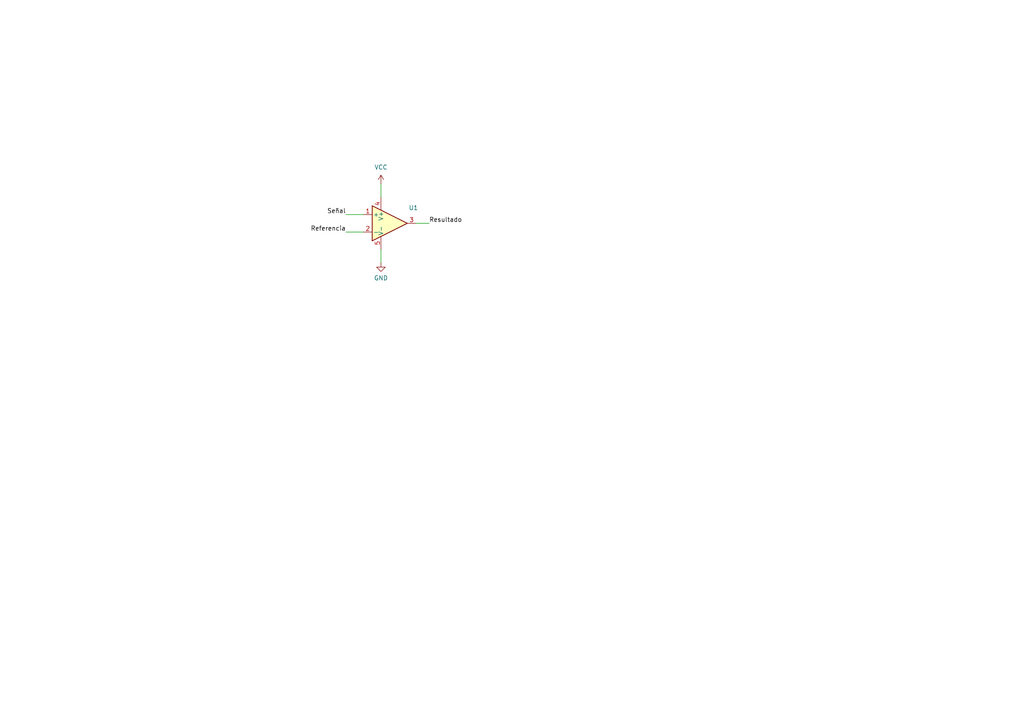
<source format=kicad_sch>
(kicad_sch (version 20230121) (generator eeschema)

  (uuid 436a9af1-45e0-414e-abe3-7cba76d48b99)

  (paper "A4")

  (lib_symbols
    (symbol "Simulation_SPICE:OPAMP" (pin_names (offset 0.254)) (in_bom yes) (on_board yes)
      (property "Reference" "U" (at 3.81 3.175 0)
        (effects (font (size 1.27 1.27)) (justify left))
      )
      (property "Value" "${SIM.PARAMS}" (at 3.81 -3.175 0)
        (effects (font (size 1.27 1.27)) (justify left))
      )
      (property "Footprint" "" (at 0 0 0)
        (effects (font (size 1.27 1.27)) hide)
      )
      (property "Datasheet" "~" (at 0 0 0)
        (effects (font (size 1.27 1.27)) hide)
      )
      (property "Sim.Pins" "1=1 2=2 3=3 4=4 5=5" (at 0 0 0)
        (effects (font (size 1.27 1.27)) hide)
      )
      (property "Sim.Device" "SPICE" (at 0 0 0)
        (effects (font (size 1.27 1.27)) (justify left) hide)
      )
      (property "Sim.Params" "type=\"X\" model=\"OPAMP\" lib=\"\"" (at 0 0 0)
        (effects (font (size 1.27 1.27)) hide)
      )
      (property "ki_keywords" "simulation" (at 0 0 0)
        (effects (font (size 1.27 1.27)) hide)
      )
      (property "ki_description" "Operational amplifier, single, node sequence=1:+ 2:- 3:OUT 4:V+ 5:V-" (at 0 0 0)
        (effects (font (size 1.27 1.27)) hide)
      )
      (symbol "OPAMP_0_1"
        (polyline
          (pts
            (xy 5.08 0)
            (xy -5.08 5.08)
            (xy -5.08 -5.08)
            (xy 5.08 0)
          )
          (stroke (width 0.254) (type default))
          (fill (type background))
        )
      )
      (symbol "OPAMP_1_1"
        (pin input line (at -7.62 2.54 0) (length 2.54)
          (name "+" (effects (font (size 1.27 1.27))))
          (number "1" (effects (font (size 1.27 1.27))))
        )
        (pin input line (at -7.62 -2.54 0) (length 2.54)
          (name "-" (effects (font (size 1.27 1.27))))
          (number "2" (effects (font (size 1.27 1.27))))
        )
        (pin output line (at 7.62 0 180) (length 2.54)
          (name "~" (effects (font (size 1.27 1.27))))
          (number "3" (effects (font (size 1.27 1.27))))
        )
        (pin power_in line (at -2.54 7.62 270) (length 3.81)
          (name "V+" (effects (font (size 1.27 1.27))))
          (number "4" (effects (font (size 1.27 1.27))))
        )
        (pin power_in line (at -2.54 -7.62 90) (length 3.81)
          (name "V-" (effects (font (size 1.27 1.27))))
          (number "5" (effects (font (size 1.27 1.27))))
        )
      )
    )
    (symbol "power:GND" (power) (pin_names (offset 0)) (in_bom yes) (on_board yes)
      (property "Reference" "#PWR" (at 0 -6.35 0)
        (effects (font (size 1.27 1.27)) hide)
      )
      (property "Value" "GND" (at 0 -3.81 0)
        (effects (font (size 1.27 1.27)))
      )
      (property "Footprint" "" (at 0 0 0)
        (effects (font (size 1.27 1.27)) hide)
      )
      (property "Datasheet" "" (at 0 0 0)
        (effects (font (size 1.27 1.27)) hide)
      )
      (property "ki_keywords" "global power" (at 0 0 0)
        (effects (font (size 1.27 1.27)) hide)
      )
      (property "ki_description" "Power symbol creates a global label with name \"GND\" , ground" (at 0 0 0)
        (effects (font (size 1.27 1.27)) hide)
      )
      (symbol "GND_0_1"
        (polyline
          (pts
            (xy 0 0)
            (xy 0 -1.27)
            (xy 1.27 -1.27)
            (xy 0 -2.54)
            (xy -1.27 -1.27)
            (xy 0 -1.27)
          )
          (stroke (width 0) (type default))
          (fill (type none))
        )
      )
      (symbol "GND_1_1"
        (pin power_in line (at 0 0 270) (length 0) hide
          (name "GND" (effects (font (size 1.27 1.27))))
          (number "1" (effects (font (size 1.27 1.27))))
        )
      )
    )
    (symbol "power:VCC" (power) (pin_names (offset 0)) (in_bom yes) (on_board yes)
      (property "Reference" "#PWR" (at 0 -3.81 0)
        (effects (font (size 1.27 1.27)) hide)
      )
      (property "Value" "VCC" (at 0 3.81 0)
        (effects (font (size 1.27 1.27)))
      )
      (property "Footprint" "" (at 0 0 0)
        (effects (font (size 1.27 1.27)) hide)
      )
      (property "Datasheet" "" (at 0 0 0)
        (effects (font (size 1.27 1.27)) hide)
      )
      (property "ki_keywords" "global power" (at 0 0 0)
        (effects (font (size 1.27 1.27)) hide)
      )
      (property "ki_description" "Power symbol creates a global label with name \"VCC\"" (at 0 0 0)
        (effects (font (size 1.27 1.27)) hide)
      )
      (symbol "VCC_0_1"
        (polyline
          (pts
            (xy -0.762 1.27)
            (xy 0 2.54)
          )
          (stroke (width 0) (type default))
          (fill (type none))
        )
        (polyline
          (pts
            (xy 0 0)
            (xy 0 2.54)
          )
          (stroke (width 0) (type default))
          (fill (type none))
        )
        (polyline
          (pts
            (xy 0 2.54)
            (xy 0.762 1.27)
          )
          (stroke (width 0) (type default))
          (fill (type none))
        )
      )
      (symbol "VCC_1_1"
        (pin power_in line (at 0 0 90) (length 0) hide
          (name "VCC" (effects (font (size 1.27 1.27))))
          (number "1" (effects (font (size 1.27 1.27))))
        )
      )
    )
  )


  (wire (pts (xy 110.49 53.34) (xy 110.49 57.15))
    (stroke (width 0) (type default))
    (uuid 05eb7a51-32e7-4d31-a352-2e9a28599283)
  )
  (wire (pts (xy 100.33 67.31) (xy 105.41 67.31))
    (stroke (width 0) (type default))
    (uuid 1a63d2c0-4310-4aca-aa9e-2050546dfabe)
  )
  (wire (pts (xy 100.33 62.23) (xy 105.41 62.23))
    (stroke (width 0) (type default))
    (uuid 504c482a-5e15-49f1-b96d-c06861358f6d)
  )
  (wire (pts (xy 110.49 72.39) (xy 110.49 76.2))
    (stroke (width 0) (type default))
    (uuid 77a44684-c793-4dfd-b195-a02f27baceae)
  )
  (wire (pts (xy 120.65 64.77) (xy 124.46 64.77))
    (stroke (width 0) (type default))
    (uuid c47151b4-d5ce-406f-95dc-3077b3814277)
  )

  (label "Referencia" (at 100.33 67.31 180) (fields_autoplaced)
    (effects (font (size 1.27 1.27)) (justify right bottom))
    (uuid 98f59367-decd-46b6-8bf5-edf834113220)
  )
  (label "Señal" (at 100.33 62.23 180) (fields_autoplaced)
    (effects (font (size 1.27 1.27)) (justify right bottom))
    (uuid d1f41642-27b4-4b6e-a1df-791c3c264b05)
  )
  (label "Resultado" (at 124.46 64.77 0) (fields_autoplaced)
    (effects (font (size 1.27 1.27)) (justify left bottom))
    (uuid f5c2799b-e3d5-4ecc-a3ea-59b1d7d6e978)
  )

  (symbol (lib_id "power:GND") (at 110.49 76.2 0) (mirror y) (unit 1)
    (in_bom yes) (on_board yes) (dnp no)
    (uuid 141a6d97-c712-4eba-bd84-399656b7ee32)
    (property "Reference" "#PWR02" (at 110.49 82.55 0)
      (effects (font (size 1.27 1.27)) hide)
    )
    (property "Value" "GND" (at 110.49 80.645 0)
      (effects (font (size 1.27 1.27)))
    )
    (property "Footprint" "" (at 110.49 76.2 0)
      (effects (font (size 1.27 1.27)) hide)
    )
    (property "Datasheet" "" (at 110.49 76.2 0)
      (effects (font (size 1.27 1.27)) hide)
    )
    (pin "1" (uuid a8d40c78-4dd2-453c-9d90-27a5efd27c0e))
    (instances
      (project "comparador op amp"
        (path "/436a9af1-45e0-414e-abe3-7cba76d48b99"
          (reference "#PWR02") (unit 1)
        )
      )
    )
  )

  (symbol (lib_id "power:VCC") (at 110.49 53.34 0) (unit 1)
    (in_bom yes) (on_board yes) (dnp no)
    (uuid 515addbc-fac9-4a9e-b1c7-d47763d82855)
    (property "Reference" "#PWR01" (at 110.49 57.15 0)
      (effects (font (size 1.27 1.27)) hide)
    )
    (property "Value" "VCC" (at 110.49 48.514 0)
      (effects (font (size 1.27 1.27)))
    )
    (property "Footprint" "" (at 110.49 53.34 0)
      (effects (font (size 1.27 1.27)) hide)
    )
    (property "Datasheet" "" (at 110.49 53.34 0)
      (effects (font (size 1.27 1.27)) hide)
    )
    (pin "1" (uuid 3a14e469-4efa-4453-8b7c-97dbc4fe17ab))
    (instances
      (project "comparador op amp"
        (path "/436a9af1-45e0-414e-abe3-7cba76d48b99"
          (reference "#PWR01") (unit 1)
        )
      )
    )
  )

  (symbol (lib_id "Simulation_SPICE:OPAMP") (at 113.03 64.77 0) (unit 1)
    (in_bom yes) (on_board yes) (dnp no)
    (uuid eb44b0a6-e145-46a4-8558-abe047e268be)
    (property "Reference" "U1" (at 119.9134 60.2742 0)
      (effects (font (size 1.27 1.27)))
    )
    (property "Value" "${SIM.PARAMS}" (at 136.1948 63.1191 0)
      (effects (font (size 1.27 1.27)) hide)
    )
    (property "Footprint" "" (at 113.03 64.77 0)
      (effects (font (size 1.27 1.27)) hide)
    )
    (property "Datasheet" "~" (at 113.03 64.77 0)
      (effects (font (size 1.27 1.27)) hide)
    )
    (property "Sim.Pins" "1=1 2=2 3=3 4=4 5=5" (at 113.03 64.77 0)
      (effects (font (size 1.27 1.27)) hide)
    )
    (property "Sim.Device" "SPICE" (at 113.03 64.77 0)
      (effects (font (size 1.27 1.27)) (justify left) hide)
    )
    (property "Sim.Params" "type=\"X\" model=\"OPAMP\" lib=\"\"" (at 113.03 64.77 0)
      (effects (font (size 1.27 1.27)) hide)
    )
    (pin "4" (uuid 3c2bb77c-643b-4e5c-ba3b-e0c861d5a658))
    (pin "3" (uuid 53dffd70-2783-41fe-a977-341f3a36d228))
    (pin "1" (uuid 634b9e24-a68c-46ce-85d7-c68f32d0b51b))
    (pin "5" (uuid 4c3f9b2e-4747-4c96-a544-18c3c0e6aa9b))
    (pin "2" (uuid cf0a9d7d-0da4-4d01-9b62-64594fed34d3))
    (instances
      (project "comparador op amp"
        (path "/436a9af1-45e0-414e-abe3-7cba76d48b99"
          (reference "U1") (unit 1)
        )
      )
    )
  )

  (sheet_instances
    (path "/" (page "1"))
  )
)

</source>
